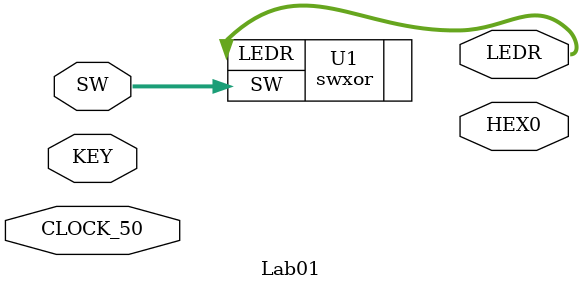
<source format=v>
module Lab01 (
    input  wire CLOCK_50,
    input  wire [9:0] SW,
    output wire [9:0] LEDR,
    input  wire [3:0] KEY,
    output wire [0:6] HEX0
);

//`define LEDSHIFT 1

`ifdef  KEY2DEC

key2dec U1 (
    .KEY (KEY),
    .HEX0(HEX0)
);

`elsif LEDSHIFT

ledshift U1 (
    .CLOCK_50(CLOCK_50),
    .KEY     (KEY),
    .LEDR    (LEDR)
);

`else

swxor U1 (
    .SW       (SW),
    .LEDR     (LEDR)
);

`endif
    
endmodule

</source>
